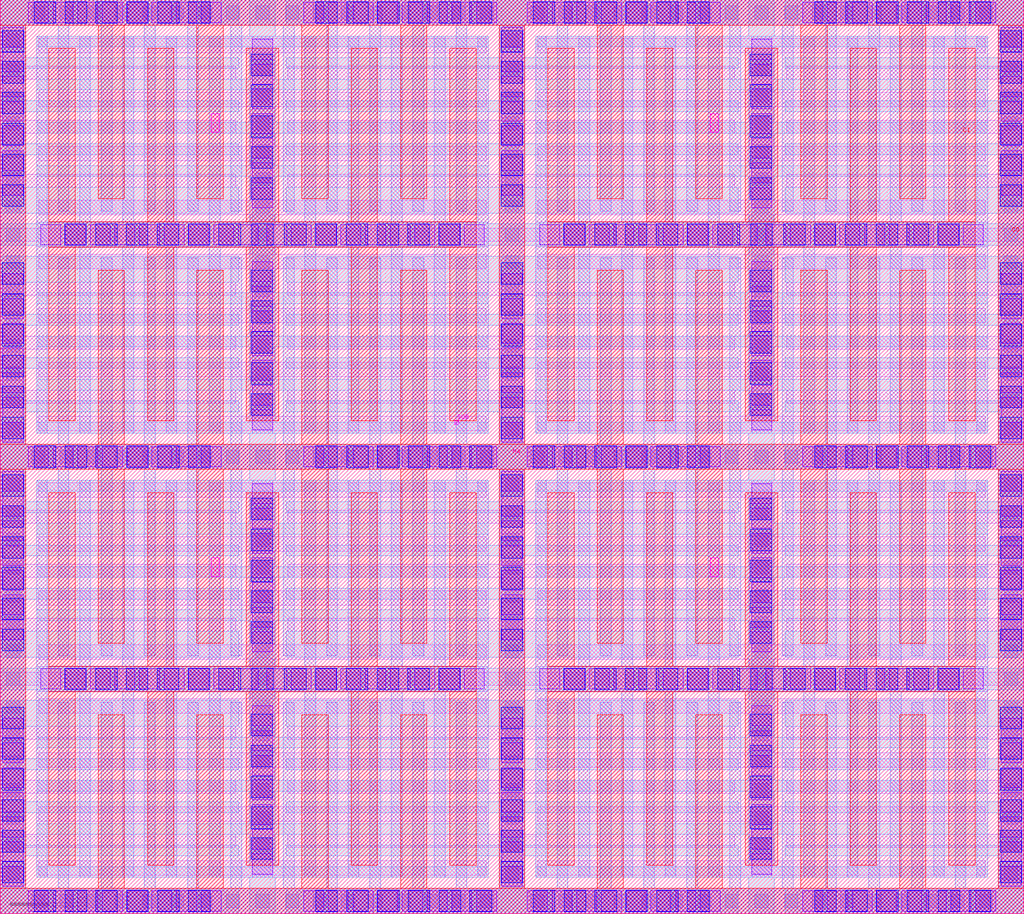
<source format=lef>
# Copyright 2020 The SkyWater PDK Authors
#
# Licensed under the Apache License, Version 2.0 (the "License");
# you may not use this file except in compliance with the License.
# You may obtain a copy of the License at
#
#     https://www.apache.org/licenses/LICENSE-2.0
#
# Unless required by applicable law or agreed to in writing, software
# distributed under the License is distributed on an "AS IS" BASIS,
# WITHOUT WARRANTIES OR CONDITIONS OF ANY KIND, either express or implied.
# See the License for the specific language governing permissions and
# limitations under the License.
#
# SPDX-License-Identifier: Apache-2.0

VERSION 5.7 ;
  NOWIREEXTENSIONATPIN ON ;
  DIVIDERCHAR "/" ;
  BUSBITCHARS "[]" ;
MACRO sky130_fd_pr__cap_vpp_06p8x06p1_l1m1m2m3_shieldpom4_top
  CLASS BLOCK ;
  FOREIGN sky130_fd_pr__cap_vpp_06p8x06p1_l1m1m2m3_shieldpom4_top ;
  ORIGIN  0.000000  0.000000 ;
  SIZE  13.27000 BY  11.85000 ;
  PIN C0
    PORT
      LAYER met3 ;
        RECT  0.000000  0.000000 13.270000  0.330000 ;
        RECT  0.000000  0.330000  0.330000  5.760000 ;
        RECT  0.000000  5.760000 13.270000  6.090000 ;
        RECT  0.000000  6.090000  0.330000 11.520000 ;
        RECT  0.000000 11.520000 13.270000 11.850000 ;
        RECT  1.270000  0.330000  1.610000  2.580000 ;
        RECT  1.270000  3.510000  1.610000  5.760000 ;
        RECT  1.270000  6.090000  1.610000  8.340000 ;
        RECT  1.270000  9.270000  1.610000 11.520000 ;
        RECT  2.550000  0.330000  2.890000  2.580000 ;
        RECT  2.550000  3.510000  2.890000  5.760000 ;
        RECT  2.550000  6.090000  2.890000  8.340000 ;
        RECT  2.550000  9.270000  2.890000 11.520000 ;
        RECT  3.910000  0.330000  4.250000  2.580000 ;
        RECT  3.910000  3.510000  4.250000  5.760000 ;
        RECT  3.910000  6.090000  4.250000  8.340000 ;
        RECT  3.910000  9.270000  4.250000 11.520000 ;
        RECT  5.190000  0.330000  5.530000  2.580000 ;
        RECT  5.190000  3.510000  5.530000  5.760000 ;
        RECT  5.190000  6.090000  5.530000  8.340000 ;
        RECT  5.190000  9.270000  5.530000 11.520000 ;
        RECT  6.470000  0.330000  6.800000  5.760000 ;
        RECT  6.470000  6.090000  6.800000 11.520000 ;
        RECT  7.740000  0.330000  8.080000  2.580000 ;
        RECT  7.740000  3.510000  8.080000  5.760000 ;
        RECT  7.740000  6.090000  8.080000  8.340000 ;
        RECT  7.740000  9.270000  8.080000 11.520000 ;
        RECT  9.020000  0.330000  9.360000  2.580000 ;
        RECT  9.020000  3.510000  9.360000  5.760000 ;
        RECT  9.020000  6.090000  9.360000  8.340000 ;
        RECT  9.020000  9.270000  9.360000 11.520000 ;
        RECT 10.380000  0.330000 10.720000  2.580000 ;
        RECT 10.380000  3.510000 10.720000  5.760000 ;
        RECT 10.380000  6.090000 10.720000  8.340000 ;
        RECT 10.380000  9.270000 10.720000 11.520000 ;
        RECT 11.660000  0.330000 12.000000  2.580000 ;
        RECT 11.660000  3.510000 12.000000  5.760000 ;
        RECT 11.660000  6.090000 12.000000  8.340000 ;
        RECT 11.660000  9.270000 12.000000 11.520000 ;
        RECT 12.940000  0.330000 13.270000  5.760000 ;
        RECT 12.940000  6.090000 13.270000 11.520000 ;
    END
  END C0
  PIN C1
    PORT
      LAYER met3 ;
        RECT  0.630000 0.630000  0.970000  2.880000 ;
        RECT  0.630000 2.880000  6.170000  3.210000 ;
        RECT  0.630000 3.210000  0.970000  5.460000 ;
        RECT  0.630000 6.390000  0.970000  8.640000 ;
        RECT  0.630000 8.640000  6.170000  8.970000 ;
        RECT  0.630000 8.970000  0.970000 11.220000 ;
        RECT  1.910000 0.630000  2.250000  2.880000 ;
        RECT  1.910000 3.210000  2.250000  5.460000 ;
        RECT  1.910000 6.390000  2.250000  8.640000 ;
        RECT  1.910000 8.970000  2.250000 11.220000 ;
        RECT  3.190000 0.630000  3.610000  2.880000 ;
        RECT  3.190000 3.210000  3.610000  5.460000 ;
        RECT  3.190000 6.390000  3.610000  8.640000 ;
        RECT  3.190000 8.970000  3.610000 11.220000 ;
        RECT  4.550000 0.630000  4.890000  2.880000 ;
        RECT  4.550000 3.210000  4.890000  5.460000 ;
        RECT  4.550000 6.390000  4.890000  8.640000 ;
        RECT  4.550000 8.970000  4.890000 11.220000 ;
        RECT  5.830000 0.630000  6.170000  2.880000 ;
        RECT  5.830000 3.210000  6.170000  5.460000 ;
        RECT  5.830000 6.390000  6.170000  8.640000 ;
        RECT  5.830000 8.970000  6.170000 11.220000 ;
        RECT  7.100000 0.630000  7.440000  2.880000 ;
        RECT  7.100000 2.880000 12.640000  3.210000 ;
        RECT  7.100000 3.210000  7.440000  5.460000 ;
        RECT  7.100000 6.390000  7.440000  8.640000 ;
        RECT  7.100000 8.640000 12.640000  8.970000 ;
        RECT  7.100000 8.970000  7.440000 11.220000 ;
        RECT  8.380000 0.630000  8.720000  2.880000 ;
        RECT  8.380000 3.210000  8.720000  5.460000 ;
        RECT  8.380000 6.390000  8.720000  8.640000 ;
        RECT  8.380000 8.970000  8.720000 11.220000 ;
        RECT  9.660000 0.630000 10.080000  2.880000 ;
        RECT  9.660000 3.210000 10.080000  5.460000 ;
        RECT  9.660000 6.390000 10.080000  8.640000 ;
        RECT  9.660000 8.970000 10.080000 11.220000 ;
        RECT 11.020000 0.630000 11.360000  2.880000 ;
        RECT 11.020000 3.210000 11.360000  5.460000 ;
        RECT 11.020000 6.390000 11.360000  8.640000 ;
        RECT 11.020000 8.970000 11.360000 11.220000 ;
        RECT 12.300000 0.630000 12.640000  2.880000 ;
        RECT 12.300000 3.210000 12.640000  5.460000 ;
        RECT 12.300000 6.390000 12.640000  8.640000 ;
        RECT 12.300000 8.970000 12.640000 11.220000 ;
    END
  END C1
  PIN M4
    PORT
      LAYER met4 ;
        RECT 0.000000 0.000000 13.270000 11.850000 ;
    END
  END M4
  PIN SUB
    PORT
      LAYER pwell ;
        RECT 5.895000 6.345000 5.945000 6.395000 ;
    END
  END SUB
  OBS
    LAYER li1 ;
      RECT  0.000000  0.000000 13.270000  0.330000 ;
      RECT  0.000000  0.330000  0.330000  0.860000 ;
      RECT  0.000000  0.860000  3.055000  1.030000 ;
      RECT  0.000000  1.030000  0.330000  1.560000 ;
      RECT  0.000000  1.560000  3.055000  1.730000 ;
      RECT  0.000000  1.730000  0.330000  2.260000 ;
      RECT  0.000000  2.260000  3.055000  2.430000 ;
      RECT  0.000000  2.430000  0.330000  2.960000 ;
      RECT  0.000000  2.960000  3.055000  3.130000 ;
      RECT  0.000000  3.130000  0.330000  3.660000 ;
      RECT  0.000000  3.660000  3.055000  3.830000 ;
      RECT  0.000000  3.830000  0.330000  4.360000 ;
      RECT  0.000000  4.360000  3.055000  4.530000 ;
      RECT  0.000000  4.530000  0.330000  5.060000 ;
      RECT  0.000000  5.060000  3.055000  5.230000 ;
      RECT  0.000000  5.230000  0.330000  5.760000 ;
      RECT  0.000000  5.760000 13.270000  6.090000 ;
      RECT  0.000000  6.090000  0.330000  6.620000 ;
      RECT  0.000000  6.620000  3.055000  6.790000 ;
      RECT  0.000000  6.790000  0.330000  7.320000 ;
      RECT  0.000000  7.320000  3.055000  7.490000 ;
      RECT  0.000000  7.490000  0.330000  8.020000 ;
      RECT  0.000000  8.020000  3.055000  8.190000 ;
      RECT  0.000000  8.190000  0.330000  8.720000 ;
      RECT  0.000000  8.720000  3.055000  8.890000 ;
      RECT  0.000000  8.890000  0.330000  9.420000 ;
      RECT  0.000000  9.420000  3.055000  9.590000 ;
      RECT  0.000000  9.590000  0.330000 10.120000 ;
      RECT  0.000000 10.120000  3.055000 10.290000 ;
      RECT  0.000000 10.290000  0.330000 10.820000 ;
      RECT  0.000000 10.820000  3.055000 10.990000 ;
      RECT  0.000000 10.990000  0.330000 11.520000 ;
      RECT  0.000000 11.520000 13.270000 11.850000 ;
      RECT  0.500000  0.500000  6.300000  0.690000 ;
      RECT  0.500000  1.200000  6.300000  1.390000 ;
      RECT  0.500000  1.900000  6.300000  2.090000 ;
      RECT  0.500000  2.600000  6.300000  2.790000 ;
      RECT  0.500000  3.300000  6.300000  3.490000 ;
      RECT  0.500000  4.000000  6.300000  4.190000 ;
      RECT  0.500000  4.700000  6.300000  4.890000 ;
      RECT  0.500000  5.400000  6.300000  5.590000 ;
      RECT  0.500000  6.260000  6.300000  6.450000 ;
      RECT  0.500000  6.960000  6.300000  7.150000 ;
      RECT  0.500000  7.660000  6.300000  7.850000 ;
      RECT  0.500000  8.360000  6.300000  8.550000 ;
      RECT  0.500000  9.060000  6.300000  9.250000 ;
      RECT  0.500000  9.760000  6.300000  9.950000 ;
      RECT  0.500000 10.460000  6.300000 10.650000 ;
      RECT  0.500000 11.160000  6.300000 11.350000 ;
      RECT  3.240000  0.690000  3.560000  1.200000 ;
      RECT  3.240000  1.390000  3.560000  1.900000 ;
      RECT  3.240000  2.090000  3.560000  2.600000 ;
      RECT  3.240000  2.790000  3.560000  3.300000 ;
      RECT  3.240000  3.490000  3.560000  4.000000 ;
      RECT  3.240000  4.190000  3.560000  4.700000 ;
      RECT  3.240000  4.890000  3.560000  5.400000 ;
      RECT  3.240000  6.450000  3.560000  6.960000 ;
      RECT  3.240000  7.150000  3.560000  7.660000 ;
      RECT  3.240000  7.850000  3.560000  8.360000 ;
      RECT  3.240000  8.550000  3.560000  9.060000 ;
      RECT  3.240000  9.250000  3.560000  9.760000 ;
      RECT  3.240000  9.950000  3.560000 10.460000 ;
      RECT  3.240000 10.650000  3.560000 11.160000 ;
      RECT  3.730000  0.860000  9.525000  1.030000 ;
      RECT  3.730000  1.560000  9.525000  1.730000 ;
      RECT  3.730000  2.260000  9.525000  2.430000 ;
      RECT  3.730000  2.960000  9.525000  3.130000 ;
      RECT  3.730000  3.660000  9.525000  3.830000 ;
      RECT  3.730000  4.360000  9.525000  4.530000 ;
      RECT  3.730000  5.060000  9.525000  5.230000 ;
      RECT  3.730000  6.620000  9.525000  6.790000 ;
      RECT  3.730000  7.320000  9.525000  7.490000 ;
      RECT  3.730000  8.020000  9.525000  8.190000 ;
      RECT  3.730000  8.720000  9.525000  8.890000 ;
      RECT  3.730000  9.420000  9.525000  9.590000 ;
      RECT  3.730000 10.120000  9.525000 10.290000 ;
      RECT  3.730000 10.820000  9.525000 10.990000 ;
      RECT  6.470000  0.330000  6.800000  0.860000 ;
      RECT  6.470000  1.030000  6.800000  1.560000 ;
      RECT  6.470000  1.730000  6.800000  2.260000 ;
      RECT  6.470000  2.430000  6.800000  2.960000 ;
      RECT  6.470000  3.130000  6.800000  3.660000 ;
      RECT  6.470000  3.830000  6.800000  4.360000 ;
      RECT  6.470000  4.530000  6.800000  5.060000 ;
      RECT  6.470000  5.230000  6.800000  5.760000 ;
      RECT  6.470000  6.090000  6.800000  6.620000 ;
      RECT  6.470000  6.790000  6.800000  7.320000 ;
      RECT  6.470000  7.490000  6.800000  8.020000 ;
      RECT  6.470000  8.190000  6.800000  8.720000 ;
      RECT  6.470000  8.890000  6.800000  9.420000 ;
      RECT  6.470000  9.590000  6.800000 10.120000 ;
      RECT  6.470000 10.290000  6.800000 10.820000 ;
      RECT  6.470000 10.990000  6.800000 11.520000 ;
      RECT  6.970000  0.500000 12.770000  0.690000 ;
      RECT  6.970000  1.200000 12.770000  1.390000 ;
      RECT  6.970000  1.900000 12.770000  2.090000 ;
      RECT  6.970000  2.600000 12.770000  2.790000 ;
      RECT  6.970000  3.300000 12.770000  3.490000 ;
      RECT  6.970000  4.000000 12.770000  4.190000 ;
      RECT  6.970000  4.700000 12.770000  4.890000 ;
      RECT  6.970000  5.400000 12.770000  5.590000 ;
      RECT  6.970000  6.260000 12.770000  6.450000 ;
      RECT  6.970000  6.960000 12.770000  7.150000 ;
      RECT  6.970000  7.660000 12.770000  7.850000 ;
      RECT  6.970000  8.360000 12.770000  8.550000 ;
      RECT  6.970000  9.060000 12.770000  9.250000 ;
      RECT  6.970000  9.760000 12.770000  9.950000 ;
      RECT  6.970000 10.460000 12.770000 10.650000 ;
      RECT  6.970000 11.160000 12.770000 11.350000 ;
      RECT  9.710000  0.690000 10.030000  1.200000 ;
      RECT  9.710000  1.390000 10.030000  1.900000 ;
      RECT  9.710000  2.090000 10.030000  2.600000 ;
      RECT  9.710000  2.790000 10.030000  3.300000 ;
      RECT  9.710000  3.490000 10.030000  4.000000 ;
      RECT  9.710000  4.190000 10.030000  4.700000 ;
      RECT  9.710000  4.890000 10.030000  5.400000 ;
      RECT  9.710000  6.450000 10.030000  6.960000 ;
      RECT  9.710000  7.150000 10.030000  7.660000 ;
      RECT  9.710000  7.850000 10.030000  8.360000 ;
      RECT  9.710000  8.550000 10.030000  9.060000 ;
      RECT  9.710000  9.250000 10.030000  9.760000 ;
      RECT  9.710000  9.950000 10.030000 10.460000 ;
      RECT  9.710000 10.650000 10.030000 11.160000 ;
      RECT 10.200000  0.860000 13.270000  1.030000 ;
      RECT 10.200000  1.560000 13.270000  1.730000 ;
      RECT 10.200000  2.260000 13.270000  2.430000 ;
      RECT 10.200000  2.960000 13.270000  3.130000 ;
      RECT 10.200000  3.660000 13.270000  3.830000 ;
      RECT 10.200000  4.360000 13.270000  4.530000 ;
      RECT 10.200000  5.060000 13.270000  5.230000 ;
      RECT 10.200000  6.620000 13.270000  6.790000 ;
      RECT 10.200000  7.320000 13.270000  7.490000 ;
      RECT 10.200000  8.020000 13.270000  8.190000 ;
      RECT 10.200000  8.720000 13.270000  8.890000 ;
      RECT 10.200000  9.420000 13.270000  9.590000 ;
      RECT 10.200000 10.120000 13.270000 10.290000 ;
      RECT 10.200000 10.820000 13.270000 10.990000 ;
      RECT 12.940000  0.330000 13.270000  0.860000 ;
      RECT 12.940000  1.030000 13.270000  1.560000 ;
      RECT 12.940000  1.730000 13.270000  2.260000 ;
      RECT 12.940000  2.430000 13.270000  2.960000 ;
      RECT 12.940000  3.130000 13.270000  3.660000 ;
      RECT 12.940000  3.830000 13.270000  4.360000 ;
      RECT 12.940000  4.530000 13.270000  5.060000 ;
      RECT 12.940000  5.230000 13.270000  5.760000 ;
      RECT 12.940000  6.090000 13.270000  6.620000 ;
      RECT 12.940000  6.790000 13.270000  7.320000 ;
      RECT 12.940000  7.490000 13.270000  8.020000 ;
      RECT 12.940000  8.190000 13.270000  8.720000 ;
      RECT 12.940000  8.890000 13.270000  9.420000 ;
      RECT 12.940000  9.590000 13.270000 10.120000 ;
      RECT 12.940000 10.290000 13.270000 10.820000 ;
      RECT 12.940000 10.990000 13.270000 11.520000 ;
    LAYER mcon ;
      RECT  0.080000  0.440000  0.250000  0.610000 ;
      RECT  0.080000  0.800000  0.250000  0.970000 ;
      RECT  0.080000  1.160000  0.250000  1.330000 ;
      RECT  0.080000  1.520000  0.250000  1.690000 ;
      RECT  0.080000  1.880000  0.250000  2.050000 ;
      RECT  0.080000  2.240000  0.250000  2.410000 ;
      RECT  0.080000  2.600000  0.250000  2.770000 ;
      RECT  0.080000  2.960000  0.250000  3.130000 ;
      RECT  0.080000  3.320000  0.250000  3.490000 ;
      RECT  0.080000  3.680000  0.250000  3.850000 ;
      RECT  0.080000  4.040000  0.250000  4.210000 ;
      RECT  0.080000  4.400000  0.250000  4.570000 ;
      RECT  0.080000  4.760000  0.250000  4.930000 ;
      RECT  0.080000  5.120000  0.250000  5.290000 ;
      RECT  0.080000  5.480000  0.250000  5.650000 ;
      RECT  0.080000  6.200000  0.250000  6.370000 ;
      RECT  0.080000  6.560000  0.250000  6.730000 ;
      RECT  0.080000  6.920000  0.250000  7.090000 ;
      RECT  0.080000  7.280000  0.250000  7.450000 ;
      RECT  0.080000  7.640000  0.250000  7.810000 ;
      RECT  0.080000  8.000000  0.250000  8.170000 ;
      RECT  0.080000  8.360000  0.250000  8.530000 ;
      RECT  0.080000  8.720000  0.250000  8.890000 ;
      RECT  0.080000  9.080000  0.250000  9.250000 ;
      RECT  0.080000  9.440000  0.250000  9.610000 ;
      RECT  0.080000  9.800000  0.250000  9.970000 ;
      RECT  0.080000 10.160000  0.250000 10.330000 ;
      RECT  0.080000 10.520000  0.250000 10.690000 ;
      RECT  0.080000 10.880000  0.250000 11.050000 ;
      RECT  0.080000 11.240000  0.250000 11.410000 ;
      RECT  0.410000  0.080000  0.580000  0.250000 ;
      RECT  0.410000  5.840000  0.580000  6.010000 ;
      RECT  0.410000 11.600000  0.580000 11.770000 ;
      RECT  0.770000  0.080000  0.940000  0.250000 ;
      RECT  0.770000  5.840000  0.940000  6.010000 ;
      RECT  0.770000 11.600000  0.940000 11.770000 ;
      RECT  1.130000  0.080000  1.300000  0.250000 ;
      RECT  1.130000  5.840000  1.300000  6.010000 ;
      RECT  1.130000 11.600000  1.300000 11.770000 ;
      RECT  1.490000  0.080000  1.660000  0.250000 ;
      RECT  1.490000  5.840000  1.660000  6.010000 ;
      RECT  1.490000 11.600000  1.660000 11.770000 ;
      RECT  1.850000  0.080000  2.020000  0.250000 ;
      RECT  1.850000  5.840000  2.020000  6.010000 ;
      RECT  1.850000 11.600000  2.020000 11.770000 ;
      RECT  2.210000  0.080000  2.380000  0.250000 ;
      RECT  2.210000  5.840000  2.380000  6.010000 ;
      RECT  2.210000 11.600000  2.380000 11.770000 ;
      RECT  2.570000  0.080000  2.740000  0.250000 ;
      RECT  2.570000  5.840000  2.740000  6.010000 ;
      RECT  2.570000 11.600000  2.740000 11.770000 ;
      RECT  2.930000  0.080000  3.100000  0.250000 ;
      RECT  2.930000  5.840000  3.100000  6.010000 ;
      RECT  2.930000 11.600000  3.100000 11.770000 ;
      RECT  3.315000  0.080000  3.485000  0.250000 ;
      RECT  3.315000  0.800000  3.485000  0.970000 ;
      RECT  3.315000  1.160000  3.485000  1.330000 ;
      RECT  3.315000  1.520000  3.485000  1.690000 ;
      RECT  3.315000  1.880000  3.485000  2.050000 ;
      RECT  3.315000  2.240000  3.485000  2.410000 ;
      RECT  3.315000  2.600000  3.485000  2.770000 ;
      RECT  3.315000  2.960000  3.485000  3.130000 ;
      RECT  3.315000  3.320000  3.485000  3.490000 ;
      RECT  3.315000  3.680000  3.485000  3.850000 ;
      RECT  3.315000  4.040000  3.485000  4.210000 ;
      RECT  3.315000  4.400000  3.485000  4.570000 ;
      RECT  3.315000  4.760000  3.485000  4.930000 ;
      RECT  3.315000  5.120000  3.485000  5.290000 ;
      RECT  3.315000  5.840000  3.485000  6.010000 ;
      RECT  3.315000  6.560000  3.485000  6.730000 ;
      RECT  3.315000  6.920000  3.485000  7.090000 ;
      RECT  3.315000  7.280000  3.485000  7.450000 ;
      RECT  3.315000  7.640000  3.485000  7.810000 ;
      RECT  3.315000  8.000000  3.485000  8.170000 ;
      RECT  3.315000  8.360000  3.485000  8.530000 ;
      RECT  3.315000  8.720000  3.485000  8.890000 ;
      RECT  3.315000  9.080000  3.485000  9.250000 ;
      RECT  3.315000  9.440000  3.485000  9.610000 ;
      RECT  3.315000  9.800000  3.485000  9.970000 ;
      RECT  3.315000 10.160000  3.485000 10.330000 ;
      RECT  3.315000 10.520000  3.485000 10.690000 ;
      RECT  3.315000 10.880000  3.485000 11.050000 ;
      RECT  3.315000 11.600000  3.485000 11.770000 ;
      RECT  3.700000  0.080000  3.870000  0.250000 ;
      RECT  3.700000  5.840000  3.870000  6.010000 ;
      RECT  3.700000 11.600000  3.870000 11.770000 ;
      RECT  4.060000  0.080000  4.230000  0.250000 ;
      RECT  4.060000  5.840000  4.230000  6.010000 ;
      RECT  4.060000 11.600000  4.230000 11.770000 ;
      RECT  4.420000  0.080000  4.590000  0.250000 ;
      RECT  4.420000  5.840000  4.590000  6.010000 ;
      RECT  4.420000 11.600000  4.590000 11.770000 ;
      RECT  4.780000  0.080000  4.950000  0.250000 ;
      RECT  4.780000  5.840000  4.950000  6.010000 ;
      RECT  4.780000 11.600000  4.950000 11.770000 ;
      RECT  5.140000  0.080000  5.310000  0.250000 ;
      RECT  5.140000  5.840000  5.310000  6.010000 ;
      RECT  5.140000 11.600000  5.310000 11.770000 ;
      RECT  5.500000  0.080000  5.670000  0.250000 ;
      RECT  5.500000  5.840000  5.670000  6.010000 ;
      RECT  5.500000 11.600000  5.670000 11.770000 ;
      RECT  5.860000  0.080000  6.030000  0.250000 ;
      RECT  5.860000  5.840000  6.030000  6.010000 ;
      RECT  5.860000 11.600000  6.030000 11.770000 ;
      RECT  6.220000  0.080000  6.390000  0.250000 ;
      RECT  6.220000  5.840000  6.390000  6.010000 ;
      RECT  6.220000 11.600000  6.390000 11.770000 ;
      RECT  6.550000  0.440000  6.720000  0.610000 ;
      RECT  6.550000  0.800000  6.720000  0.970000 ;
      RECT  6.550000  1.160000  6.720000  1.330000 ;
      RECT  6.550000  1.520000  6.720000  1.690000 ;
      RECT  6.550000  1.880000  6.720000  2.050000 ;
      RECT  6.550000  2.240000  6.720000  2.410000 ;
      RECT  6.550000  2.600000  6.720000  2.770000 ;
      RECT  6.550000  2.960000  6.720000  3.130000 ;
      RECT  6.550000  3.320000  6.720000  3.490000 ;
      RECT  6.550000  3.680000  6.720000  3.850000 ;
      RECT  6.550000  4.040000  6.720000  4.210000 ;
      RECT  6.550000  4.400000  6.720000  4.570000 ;
      RECT  6.550000  4.760000  6.720000  4.930000 ;
      RECT  6.550000  5.120000  6.720000  5.290000 ;
      RECT  6.550000  5.480000  6.720000  5.650000 ;
      RECT  6.550000  6.200000  6.720000  6.370000 ;
      RECT  6.550000  6.560000  6.720000  6.730000 ;
      RECT  6.550000  6.920000  6.720000  7.090000 ;
      RECT  6.550000  7.280000  6.720000  7.450000 ;
      RECT  6.550000  7.640000  6.720000  7.810000 ;
      RECT  6.550000  8.000000  6.720000  8.170000 ;
      RECT  6.550000  8.360000  6.720000  8.530000 ;
      RECT  6.550000  8.720000  6.720000  8.890000 ;
      RECT  6.550000  9.080000  6.720000  9.250000 ;
      RECT  6.550000  9.440000  6.720000  9.610000 ;
      RECT  6.550000  9.800000  6.720000  9.970000 ;
      RECT  6.550000 10.160000  6.720000 10.330000 ;
      RECT  6.550000 10.520000  6.720000 10.690000 ;
      RECT  6.550000 10.880000  6.720000 11.050000 ;
      RECT  6.550000 11.240000  6.720000 11.410000 ;
      RECT  6.880000  0.080000  7.050000  0.250000 ;
      RECT  6.880000  5.840000  7.050000  6.010000 ;
      RECT  6.880000 11.600000  7.050000 11.770000 ;
      RECT  7.240000  0.080000  7.410000  0.250000 ;
      RECT  7.240000  5.840000  7.410000  6.010000 ;
      RECT  7.240000 11.600000  7.410000 11.770000 ;
      RECT  7.600000  0.080000  7.770000  0.250000 ;
      RECT  7.600000  5.840000  7.770000  6.010000 ;
      RECT  7.600000 11.600000  7.770000 11.770000 ;
      RECT  7.960000  0.080000  8.130000  0.250000 ;
      RECT  7.960000  5.840000  8.130000  6.010000 ;
      RECT  7.960000 11.600000  8.130000 11.770000 ;
      RECT  8.320000  0.080000  8.490000  0.250000 ;
      RECT  8.320000  5.840000  8.490000  6.010000 ;
      RECT  8.320000 11.600000  8.490000 11.770000 ;
      RECT  8.680000  0.080000  8.850000  0.250000 ;
      RECT  8.680000  5.840000  8.850000  6.010000 ;
      RECT  8.680000 11.600000  8.850000 11.770000 ;
      RECT  9.040000  0.080000  9.210000  0.250000 ;
      RECT  9.040000  5.840000  9.210000  6.010000 ;
      RECT  9.040000 11.600000  9.210000 11.770000 ;
      RECT  9.400000  0.080000  9.570000  0.250000 ;
      RECT  9.400000  5.840000  9.570000  6.010000 ;
      RECT  9.400000 11.600000  9.570000 11.770000 ;
      RECT  9.785000  0.080000  9.955000  0.250000 ;
      RECT  9.785000  0.800000  9.955000  0.970000 ;
      RECT  9.785000  1.160000  9.955000  1.330000 ;
      RECT  9.785000  1.520000  9.955000  1.690000 ;
      RECT  9.785000  1.880000  9.955000  2.050000 ;
      RECT  9.785000  2.240000  9.955000  2.410000 ;
      RECT  9.785000  2.600000  9.955000  2.770000 ;
      RECT  9.785000  2.960000  9.955000  3.130000 ;
      RECT  9.785000  3.320000  9.955000  3.490000 ;
      RECT  9.785000  3.680000  9.955000  3.850000 ;
      RECT  9.785000  4.040000  9.955000  4.210000 ;
      RECT  9.785000  4.400000  9.955000  4.570000 ;
      RECT  9.785000  4.760000  9.955000  4.930000 ;
      RECT  9.785000  5.120000  9.955000  5.290000 ;
      RECT  9.785000  5.840000  9.955000  6.010000 ;
      RECT  9.785000  6.560000  9.955000  6.730000 ;
      RECT  9.785000  6.920000  9.955000  7.090000 ;
      RECT  9.785000  7.280000  9.955000  7.450000 ;
      RECT  9.785000  7.640000  9.955000  7.810000 ;
      RECT  9.785000  8.000000  9.955000  8.170000 ;
      RECT  9.785000  8.360000  9.955000  8.530000 ;
      RECT  9.785000  8.720000  9.955000  8.890000 ;
      RECT  9.785000  9.080000  9.955000  9.250000 ;
      RECT  9.785000  9.440000  9.955000  9.610000 ;
      RECT  9.785000  9.800000  9.955000  9.970000 ;
      RECT  9.785000 10.160000  9.955000 10.330000 ;
      RECT  9.785000 10.520000  9.955000 10.690000 ;
      RECT  9.785000 10.880000  9.955000 11.050000 ;
      RECT  9.785000 11.600000  9.955000 11.770000 ;
      RECT 10.170000  0.080000 10.340000  0.250000 ;
      RECT 10.170000  5.840000 10.340000  6.010000 ;
      RECT 10.170000 11.600000 10.340000 11.770000 ;
      RECT 10.530000  0.080000 10.700000  0.250000 ;
      RECT 10.530000  5.840000 10.700000  6.010000 ;
      RECT 10.530000 11.600000 10.700000 11.770000 ;
      RECT 10.890000  0.080000 11.060000  0.250000 ;
      RECT 10.890000  5.840000 11.060000  6.010000 ;
      RECT 10.890000 11.600000 11.060000 11.770000 ;
      RECT 11.250000  0.080000 11.420000  0.250000 ;
      RECT 11.250000  5.840000 11.420000  6.010000 ;
      RECT 11.250000 11.600000 11.420000 11.770000 ;
      RECT 11.610000  0.080000 11.780000  0.250000 ;
      RECT 11.610000  5.840000 11.780000  6.010000 ;
      RECT 11.610000 11.600000 11.780000 11.770000 ;
      RECT 11.970000  0.080000 12.140000  0.250000 ;
      RECT 11.970000  5.840000 12.140000  6.010000 ;
      RECT 11.970000 11.600000 12.140000 11.770000 ;
      RECT 12.330000  0.080000 12.500000  0.250000 ;
      RECT 12.330000  5.840000 12.500000  6.010000 ;
      RECT 12.330000 11.600000 12.500000 11.770000 ;
      RECT 12.690000  0.080000 12.860000  0.250000 ;
      RECT 12.690000  5.840000 12.860000  6.010000 ;
      RECT 12.690000 11.600000 12.860000 11.770000 ;
      RECT 13.020000  0.440000 13.190000  0.610000 ;
      RECT 13.020000  0.800000 13.190000  0.970000 ;
      RECT 13.020000  1.160000 13.190000  1.330000 ;
      RECT 13.020000  1.520000 13.190000  1.690000 ;
      RECT 13.020000  1.880000 13.190000  2.050000 ;
      RECT 13.020000  2.240000 13.190000  2.410000 ;
      RECT 13.020000  2.600000 13.190000  2.770000 ;
      RECT 13.020000  2.960000 13.190000  3.130000 ;
      RECT 13.020000  3.320000 13.190000  3.490000 ;
      RECT 13.020000  3.680000 13.190000  3.850000 ;
      RECT 13.020000  4.040000 13.190000  4.210000 ;
      RECT 13.020000  4.400000 13.190000  4.570000 ;
      RECT 13.020000  4.760000 13.190000  4.930000 ;
      RECT 13.020000  5.120000 13.190000  5.290000 ;
      RECT 13.020000  5.480000 13.190000  5.650000 ;
      RECT 13.020000  6.200000 13.190000  6.370000 ;
      RECT 13.020000  6.560000 13.190000  6.730000 ;
      RECT 13.020000  6.920000 13.190000  7.090000 ;
      RECT 13.020000  7.280000 13.190000  7.450000 ;
      RECT 13.020000  7.640000 13.190000  7.810000 ;
      RECT 13.020000  8.000000 13.190000  8.170000 ;
      RECT 13.020000  8.360000 13.190000  8.530000 ;
      RECT 13.020000  8.720000 13.190000  8.890000 ;
      RECT 13.020000  9.080000 13.190000  9.250000 ;
      RECT 13.020000  9.440000 13.190000  9.610000 ;
      RECT 13.020000  9.800000 13.190000  9.970000 ;
      RECT 13.020000 10.160000 13.190000 10.330000 ;
      RECT 13.020000 10.520000 13.190000 10.690000 ;
      RECT 13.020000 10.880000 13.190000 11.050000 ;
      RECT 13.020000 11.240000 13.190000 11.410000 ;
    LAYER met1 ;
      RECT  0.000000  0.000000 13.270000  0.330000 ;
      RECT  0.000000  0.330000  0.330000  5.760000 ;
      RECT  0.000000  5.760000 13.270000  6.090000 ;
      RECT  0.000000  6.090000  0.330000 11.520000 ;
      RECT  0.000000 11.520000 13.270000 11.850000 ;
      RECT  0.470000  0.470000  0.610000  2.885000 ;
      RECT  0.470000  2.885000  6.330000  3.205000 ;
      RECT  0.470000  3.205000  0.610000  5.620000 ;
      RECT  0.470000  6.230000  0.610000  8.645000 ;
      RECT  0.470000  8.645000  6.330000  8.965000 ;
      RECT  0.470000  8.965000  0.610000 11.380000 ;
      RECT  0.750000  0.330000  0.890000  2.745000 ;
      RECT  0.750000  3.345000  0.890000  5.760000 ;
      RECT  0.750000  6.090000  0.890000  8.505000 ;
      RECT  0.750000  9.105000  0.890000 11.520000 ;
      RECT  1.030000  0.470000  1.170000  2.885000 ;
      RECT  1.030000  3.205000  1.170000  5.620000 ;
      RECT  1.030000  6.230000  1.170000  8.645000 ;
      RECT  1.030000  8.965000  1.170000 11.380000 ;
      RECT  1.310000  0.330000  1.450000  2.745000 ;
      RECT  1.310000  3.345000  1.450000  5.760000 ;
      RECT  1.310000  6.090000  1.450000  8.505000 ;
      RECT  1.310000  9.105000  1.450000 11.520000 ;
      RECT  1.590000  0.470000  1.730000  2.885000 ;
      RECT  1.590000  3.205000  1.730000  5.620000 ;
      RECT  1.590000  6.230000  1.730000  8.645000 ;
      RECT  1.590000  8.965000  1.730000 11.380000 ;
      RECT  1.870000  0.330000  2.010000  2.745000 ;
      RECT  1.870000  3.345000  2.010000  5.760000 ;
      RECT  1.870000  6.090000  2.010000  8.505000 ;
      RECT  1.870000  9.105000  2.010000 11.520000 ;
      RECT  2.150000  0.470000  2.290000  2.885000 ;
      RECT  2.150000  3.205000  2.290000  5.620000 ;
      RECT  2.150000  6.230000  2.290000  8.645000 ;
      RECT  2.150000  8.965000  2.290000 11.380000 ;
      RECT  2.430000  0.330000  2.570000  2.745000 ;
      RECT  2.430000  3.345000  2.570000  5.760000 ;
      RECT  2.430000  6.090000  2.570000  8.505000 ;
      RECT  2.430000  9.105000  2.570000 11.520000 ;
      RECT  2.710000  0.470000  2.850000  2.885000 ;
      RECT  2.710000  3.205000  2.850000  5.620000 ;
      RECT  2.710000  6.230000  2.850000  8.645000 ;
      RECT  2.710000  8.965000  2.850000 11.380000 ;
      RECT  2.990000  0.330000  3.130000  2.745000 ;
      RECT  2.990000  3.345000  3.130000  5.760000 ;
      RECT  2.990000  6.090000  3.130000  8.505000 ;
      RECT  2.990000  9.105000  3.130000 11.520000 ;
      RECT  3.270000  0.470000  3.530000  2.885000 ;
      RECT  3.270000  3.205000  3.530000  5.620000 ;
      RECT  3.270000  6.230000  3.530000  8.645000 ;
      RECT  3.270000  8.965000  3.530000 11.380000 ;
      RECT  3.670000  0.330000  3.810000  2.745000 ;
      RECT  3.670000  3.345000  3.810000  5.760000 ;
      RECT  3.670000  6.090000  3.810000  8.505000 ;
      RECT  3.670000  9.105000  3.810000 11.520000 ;
      RECT  3.950000  0.470000  4.090000  2.885000 ;
      RECT  3.950000  3.205000  4.090000  5.620000 ;
      RECT  3.950000  6.230000  4.090000  8.645000 ;
      RECT  3.950000  8.965000  4.090000 11.380000 ;
      RECT  4.230000  0.330000  4.370000  2.745000 ;
      RECT  4.230000  3.345000  4.370000  5.760000 ;
      RECT  4.230000  6.090000  4.370000  8.505000 ;
      RECT  4.230000  9.105000  4.370000 11.520000 ;
      RECT  4.510000  0.470000  4.650000  2.885000 ;
      RECT  4.510000  3.205000  4.650000  5.620000 ;
      RECT  4.510000  6.230000  4.650000  8.645000 ;
      RECT  4.510000  8.965000  4.650000 11.380000 ;
      RECT  4.790000  0.330000  4.930000  2.745000 ;
      RECT  4.790000  3.345000  4.930000  5.760000 ;
      RECT  4.790000  6.090000  4.930000  8.505000 ;
      RECT  4.790000  9.105000  4.930000 11.520000 ;
      RECT  5.070000  0.470000  5.210000  2.885000 ;
      RECT  5.070000  3.205000  5.210000  5.620000 ;
      RECT  5.070000  6.230000  5.210000  8.645000 ;
      RECT  5.070000  8.965000  5.210000 11.380000 ;
      RECT  5.350000  0.330000  5.490000  2.745000 ;
      RECT  5.350000  3.345000  5.490000  5.760000 ;
      RECT  5.350000  6.090000  5.490000  8.505000 ;
      RECT  5.350000  9.105000  5.490000 11.520000 ;
      RECT  5.630000  0.470000  5.770000  2.885000 ;
      RECT  5.630000  3.205000  5.770000  5.620000 ;
      RECT  5.630000  6.230000  5.770000  8.645000 ;
      RECT  5.630000  8.965000  5.770000 11.380000 ;
      RECT  5.910000  0.330000  6.050000  2.745000 ;
      RECT  5.910000  3.345000  6.050000  5.760000 ;
      RECT  5.910000  6.090000  6.050000  8.505000 ;
      RECT  5.910000  9.105000  6.050000 11.520000 ;
      RECT  6.190000  0.470000  6.330000  2.885000 ;
      RECT  6.190000  3.205000  6.330000  5.620000 ;
      RECT  6.190000  6.230000  6.330000  8.645000 ;
      RECT  6.190000  8.965000  6.330000 11.380000 ;
      RECT  6.470000  0.330000  6.800000  5.760000 ;
      RECT  6.470000  6.090000  6.800000 11.520000 ;
      RECT  6.940000  0.470000  7.080000  2.885000 ;
      RECT  6.940000  2.885000 12.800000  3.205000 ;
      RECT  6.940000  3.205000  7.080000  5.620000 ;
      RECT  6.940000  6.230000  7.080000  8.645000 ;
      RECT  6.940000  8.645000 12.800000  8.965000 ;
      RECT  6.940000  8.965000  7.080000 11.380000 ;
      RECT  7.220000  0.330000  7.360000  2.745000 ;
      RECT  7.220000  3.345000  7.360000  5.760000 ;
      RECT  7.220000  6.090000  7.360000  8.505000 ;
      RECT  7.220000  9.105000  7.360000 11.520000 ;
      RECT  7.500000  0.470000  7.640000  2.885000 ;
      RECT  7.500000  3.205000  7.640000  5.620000 ;
      RECT  7.500000  6.230000  7.640000  8.645000 ;
      RECT  7.500000  8.965000  7.640000 11.380000 ;
      RECT  7.780000  0.330000  7.920000  2.745000 ;
      RECT  7.780000  3.345000  7.920000  5.760000 ;
      RECT  7.780000  6.090000  7.920000  8.505000 ;
      RECT  7.780000  9.105000  7.920000 11.520000 ;
      RECT  8.060000  0.470000  8.200000  2.885000 ;
      RECT  8.060000  3.205000  8.200000  5.620000 ;
      RECT  8.060000  6.230000  8.200000  8.645000 ;
      RECT  8.060000  8.965000  8.200000 11.380000 ;
      RECT  8.340000  0.330000  8.480000  2.745000 ;
      RECT  8.340000  3.345000  8.480000  5.760000 ;
      RECT  8.340000  6.090000  8.480000  8.505000 ;
      RECT  8.340000  9.105000  8.480000 11.520000 ;
      RECT  8.620000  0.470000  8.760000  2.885000 ;
      RECT  8.620000  3.205000  8.760000  5.620000 ;
      RECT  8.620000  6.230000  8.760000  8.645000 ;
      RECT  8.620000  8.965000  8.760000 11.380000 ;
      RECT  8.900000  0.330000  9.040000  2.745000 ;
      RECT  8.900000  3.345000  9.040000  5.760000 ;
      RECT  8.900000  6.090000  9.040000  8.505000 ;
      RECT  8.900000  9.105000  9.040000 11.520000 ;
      RECT  9.180000  0.470000  9.320000  2.885000 ;
      RECT  9.180000  3.205000  9.320000  5.620000 ;
      RECT  9.180000  6.230000  9.320000  8.645000 ;
      RECT  9.180000  8.965000  9.320000 11.380000 ;
      RECT  9.460000  0.330000  9.600000  2.745000 ;
      RECT  9.460000  3.345000  9.600000  5.760000 ;
      RECT  9.460000  6.090000  9.600000  8.505000 ;
      RECT  9.460000  9.105000  9.600000 11.520000 ;
      RECT  9.740000  0.470000 10.000000  2.885000 ;
      RECT  9.740000  3.205000 10.000000  5.620000 ;
      RECT  9.740000  6.230000 10.000000  8.645000 ;
      RECT  9.740000  8.965000 10.000000 11.380000 ;
      RECT 10.140000  0.330000 10.280000  2.745000 ;
      RECT 10.140000  3.345000 10.280000  5.760000 ;
      RECT 10.140000  6.090000 10.280000  8.505000 ;
      RECT 10.140000  9.105000 10.280000 11.520000 ;
      RECT 10.420000  0.470000 10.560000  2.885000 ;
      RECT 10.420000  3.205000 10.560000  5.620000 ;
      RECT 10.420000  6.230000 10.560000  8.645000 ;
      RECT 10.420000  8.965000 10.560000 11.380000 ;
      RECT 10.700000  0.330000 10.840000  2.745000 ;
      RECT 10.700000  3.345000 10.840000  5.760000 ;
      RECT 10.700000  6.090000 10.840000  8.505000 ;
      RECT 10.700000  9.105000 10.840000 11.520000 ;
      RECT 10.980000  0.470000 11.120000  2.885000 ;
      RECT 10.980000  3.205000 11.120000  5.620000 ;
      RECT 10.980000  6.230000 11.120000  8.645000 ;
      RECT 10.980000  8.965000 11.120000 11.380000 ;
      RECT 11.260000  0.330000 11.400000  2.745000 ;
      RECT 11.260000  3.345000 11.400000  5.760000 ;
      RECT 11.260000  6.090000 11.400000  8.505000 ;
      RECT 11.260000  9.105000 11.400000 11.520000 ;
      RECT 11.540000  0.470000 11.680000  2.885000 ;
      RECT 11.540000  3.205000 11.680000  5.620000 ;
      RECT 11.540000  6.230000 11.680000  8.645000 ;
      RECT 11.540000  8.965000 11.680000 11.380000 ;
      RECT 11.820000  0.330000 11.960000  2.745000 ;
      RECT 11.820000  3.345000 11.960000  5.760000 ;
      RECT 11.820000  6.090000 11.960000  8.505000 ;
      RECT 11.820000  9.105000 11.960000 11.520000 ;
      RECT 12.100000  0.470000 12.240000  2.885000 ;
      RECT 12.100000  3.205000 12.240000  5.620000 ;
      RECT 12.100000  6.230000 12.240000  8.645000 ;
      RECT 12.100000  8.965000 12.240000 11.380000 ;
      RECT 12.380000  0.330000 12.520000  2.745000 ;
      RECT 12.380000  3.345000 12.520000  5.760000 ;
      RECT 12.380000  6.090000 12.520000  8.505000 ;
      RECT 12.380000  9.105000 12.520000 11.520000 ;
      RECT 12.660000  0.470000 12.800000  2.885000 ;
      RECT 12.660000  3.205000 12.800000  5.620000 ;
      RECT 12.660000  6.230000 12.800000  8.645000 ;
      RECT 12.660000  8.965000 12.800000 11.380000 ;
      RECT 12.940000  0.330000 13.270000  5.760000 ;
      RECT 12.940000  6.090000 13.270000 11.520000 ;
    LAYER met2 ;
      RECT  0.000000  0.000000  3.095000  0.330000 ;
      RECT  0.000000  0.330000  0.330000  0.750000 ;
      RECT  0.000000  0.750000  3.095000  0.890000 ;
      RECT  0.000000  0.890000  0.330000  1.310000 ;
      RECT  0.000000  1.310000  3.095000  1.450000 ;
      RECT  0.000000  1.450000  0.330000  1.870000 ;
      RECT  0.000000  1.870000  3.095000  2.010000 ;
      RECT  0.000000  2.010000  0.330000  2.430000 ;
      RECT  0.000000  2.430000  3.095000  2.765000 ;
      RECT  0.000000  2.905000 13.270000  3.185000 ;
      RECT  0.000000  3.325000  3.095000  3.660000 ;
      RECT  0.000000  3.660000  0.330000  4.080000 ;
      RECT  0.000000  4.080000  3.095000  4.220000 ;
      RECT  0.000000  4.220000  0.330000  4.640000 ;
      RECT  0.000000  4.640000  3.095000  4.780000 ;
      RECT  0.000000  4.780000  0.330000  5.200000 ;
      RECT  0.000000  5.200000  3.095000  5.340000 ;
      RECT  0.000000  5.340000  0.330000  5.760000 ;
      RECT  0.000000  5.760000  3.095000  6.090000 ;
      RECT  0.000000  6.090000  0.330000  6.510000 ;
      RECT  0.000000  6.510000  3.095000  6.650000 ;
      RECT  0.000000  6.650000  0.330000  7.070000 ;
      RECT  0.000000  7.070000  3.095000  7.210000 ;
      RECT  0.000000  7.210000  0.330000  7.630000 ;
      RECT  0.000000  7.630000  3.095000  7.770000 ;
      RECT  0.000000  7.770000  0.330000  8.190000 ;
      RECT  0.000000  8.190000  3.095000  8.525000 ;
      RECT  0.000000  8.665000 13.270000  8.945000 ;
      RECT  0.000000  9.085000  3.095000  9.420000 ;
      RECT  0.000000  9.420000  0.330000  9.840000 ;
      RECT  0.000000  9.840000  3.095000  9.980000 ;
      RECT  0.000000  9.980000  0.330000 10.400000 ;
      RECT  0.000000 10.400000  3.095000 10.540000 ;
      RECT  0.000000 10.540000  0.330000 10.960000 ;
      RECT  0.000000 10.960000  3.095000 11.100000 ;
      RECT  0.000000 11.100000  0.330000 11.520000 ;
      RECT  0.000000 11.520000  3.095000 11.850000 ;
      RECT  0.470000  0.470000  6.330000  0.610000 ;
      RECT  0.470000  1.030000  6.330000  1.170000 ;
      RECT  0.470000  1.590000  6.330000  1.730000 ;
      RECT  0.470000  2.150000  6.330000  2.290000 ;
      RECT  0.470000  3.800000  6.330000  3.940000 ;
      RECT  0.470000  4.360000  6.330000  4.500000 ;
      RECT  0.470000  4.920000  6.330000  5.060000 ;
      RECT  0.470000  5.480000  6.330000  5.620000 ;
      RECT  0.470000  6.230000  6.330000  6.370000 ;
      RECT  0.470000  6.790000  6.330000  6.930000 ;
      RECT  0.470000  7.350000  6.330000  7.490000 ;
      RECT  0.470000  7.910000  6.330000  8.050000 ;
      RECT  0.470000  9.560000  6.330000  9.700000 ;
      RECT  0.470000 10.120000  6.330000 10.260000 ;
      RECT  0.470000 10.680000  6.330000 10.820000 ;
      RECT  0.470000 11.240000  6.330000 11.380000 ;
      RECT  3.235000  0.000000  3.565000  0.470000 ;
      RECT  3.235000  0.610000  3.565000  1.030000 ;
      RECT  3.235000  1.170000  3.565000  1.590000 ;
      RECT  3.235000  1.730000  3.565000  2.150000 ;
      RECT  3.235000  2.290000  3.565000  2.905000 ;
      RECT  3.235000  3.185000  3.565000  3.800000 ;
      RECT  3.235000  3.940000  3.565000  4.360000 ;
      RECT  3.235000  4.500000  3.565000  4.920000 ;
      RECT  3.235000  5.060000  3.565000  5.480000 ;
      RECT  3.235000  5.620000  3.565000  6.230000 ;
      RECT  3.235000  6.370000  3.565000  6.790000 ;
      RECT  3.235000  6.930000  3.565000  7.350000 ;
      RECT  3.235000  7.490000  3.565000  7.910000 ;
      RECT  3.235000  8.050000  3.565000  8.665000 ;
      RECT  3.235000  8.945000  3.565000  9.560000 ;
      RECT  3.235000  9.700000  3.565000 10.120000 ;
      RECT  3.235000 10.260000  3.565000 10.680000 ;
      RECT  3.235000 10.820000  3.565000 11.240000 ;
      RECT  3.235000 11.380000  3.565000 11.850000 ;
      RECT  3.705000  0.000000  9.565000  0.330000 ;
      RECT  3.705000  0.750000  9.565000  0.890000 ;
      RECT  3.705000  1.310000  9.565000  1.450000 ;
      RECT  3.705000  1.870000  9.565000  2.010000 ;
      RECT  3.705000  2.430000  9.565000  2.765000 ;
      RECT  3.705000  3.325000  9.565000  3.660000 ;
      RECT  3.705000  4.080000  9.565000  4.220000 ;
      RECT  3.705000  4.640000  9.565000  4.780000 ;
      RECT  3.705000  5.200000  9.565000  5.340000 ;
      RECT  3.705000  5.760000  9.565000  6.090000 ;
      RECT  3.705000  6.510000  9.565000  6.650000 ;
      RECT  3.705000  7.070000  9.565000  7.210000 ;
      RECT  3.705000  7.630000  9.565000  7.770000 ;
      RECT  3.705000  8.190000  9.565000  8.525000 ;
      RECT  3.705000  9.085000  9.565000  9.420000 ;
      RECT  3.705000  9.840000  9.565000  9.980000 ;
      RECT  3.705000 10.400000  9.565000 10.540000 ;
      RECT  3.705000 10.960000  9.565000 11.100000 ;
      RECT  3.705000 11.520000  9.565000 11.850000 ;
      RECT  6.470000  0.330000  6.800000  0.750000 ;
      RECT  6.470000  0.890000  6.800000  1.310000 ;
      RECT  6.470000  1.450000  6.800000  1.870000 ;
      RECT  6.470000  2.010000  6.800000  2.430000 ;
      RECT  6.470000  3.660000  6.800000  4.080000 ;
      RECT  6.470000  4.220000  6.800000  4.640000 ;
      RECT  6.470000  4.780000  6.800000  5.200000 ;
      RECT  6.470000  5.340000  6.800000  5.760000 ;
      RECT  6.470000  6.090000  6.800000  6.510000 ;
      RECT  6.470000  6.650000  6.800000  7.070000 ;
      RECT  6.470000  7.210000  6.800000  7.630000 ;
      RECT  6.470000  7.770000  6.800000  8.190000 ;
      RECT  6.470000  9.420000  6.800000  9.840000 ;
      RECT  6.470000  9.980000  6.800000 10.400000 ;
      RECT  6.470000 10.540000  6.800000 10.960000 ;
      RECT  6.470000 11.100000  6.800000 11.520000 ;
      RECT  6.940000  0.470000 12.800000  0.610000 ;
      RECT  6.940000  1.030000 12.800000  1.170000 ;
      RECT  6.940000  1.590000 12.800000  1.730000 ;
      RECT  6.940000  2.150000 12.800000  2.290000 ;
      RECT  6.940000  3.800000 12.800000  3.940000 ;
      RECT  6.940000  4.360000 12.800000  4.500000 ;
      RECT  6.940000  4.920000 12.800000  5.060000 ;
      RECT  6.940000  5.480000 12.800000  5.620000 ;
      RECT  6.940000  6.230000 12.800000  6.370000 ;
      RECT  6.940000  6.790000 12.800000  6.930000 ;
      RECT  6.940000  7.350000 12.800000  7.490000 ;
      RECT  6.940000  7.910000 12.800000  8.050000 ;
      RECT  6.940000  9.560000 12.800000  9.700000 ;
      RECT  6.940000 10.120000 12.800000 10.260000 ;
      RECT  6.940000 10.680000 12.800000 10.820000 ;
      RECT  6.940000 11.240000 12.800000 11.380000 ;
      RECT  9.705000  0.000000 10.035000  0.470000 ;
      RECT  9.705000  0.610000 10.035000  1.030000 ;
      RECT  9.705000  1.170000 10.035000  1.590000 ;
      RECT  9.705000  1.730000 10.035000  2.150000 ;
      RECT  9.705000  2.290000 10.035000  2.905000 ;
      RECT  9.705000  3.185000 10.035000  3.800000 ;
      RECT  9.705000  3.940000 10.035000  4.360000 ;
      RECT  9.705000  4.500000 10.035000  4.920000 ;
      RECT  9.705000  5.060000 10.035000  5.480000 ;
      RECT  9.705000  5.620000 10.035000  6.230000 ;
      RECT  9.705000  6.370000 10.035000  6.790000 ;
      RECT  9.705000  6.930000 10.035000  7.350000 ;
      RECT  9.705000  7.490000 10.035000  7.910000 ;
      RECT  9.705000  8.050000 10.035000  8.665000 ;
      RECT  9.705000  8.945000 10.035000  9.560000 ;
      RECT  9.705000  9.700000 10.035000 10.120000 ;
      RECT  9.705000 10.260000 10.035000 10.680000 ;
      RECT  9.705000 10.820000 10.035000 11.240000 ;
      RECT  9.705000 11.380000 10.035000 11.850000 ;
      RECT 10.175000  0.000000 13.270000  0.330000 ;
      RECT 10.175000  0.750000 13.270000  0.890000 ;
      RECT 10.175000  1.310000 13.270000  1.450000 ;
      RECT 10.175000  1.870000 13.270000  2.010000 ;
      RECT 10.175000  2.430000 13.270000  2.765000 ;
      RECT 10.175000  3.325000 13.270000  3.660000 ;
      RECT 10.175000  4.080000 13.270000  4.220000 ;
      RECT 10.175000  4.640000 13.270000  4.780000 ;
      RECT 10.175000  5.200000 13.270000  5.340000 ;
      RECT 10.175000  5.760000 13.270000  6.090000 ;
      RECT 10.175000  6.510000 13.270000  6.650000 ;
      RECT 10.175000  7.070000 13.270000  7.210000 ;
      RECT 10.175000  7.630000 13.270000  7.770000 ;
      RECT 10.175000  8.190000 13.270000  8.525000 ;
      RECT 10.175000  9.085000 13.270000  9.420000 ;
      RECT 10.175000  9.840000 13.270000  9.980000 ;
      RECT 10.175000 10.400000 13.270000 10.540000 ;
      RECT 10.175000 10.960000 13.270000 11.100000 ;
      RECT 10.175000 11.520000 13.270000 11.850000 ;
      RECT 12.940000  0.330000 13.270000  0.750000 ;
      RECT 12.940000  0.890000 13.270000  1.310000 ;
      RECT 12.940000  1.450000 13.270000  1.870000 ;
      RECT 12.940000  2.010000 13.270000  2.430000 ;
      RECT 12.940000  3.660000 13.270000  4.080000 ;
      RECT 12.940000  4.220000 13.270000  4.640000 ;
      RECT 12.940000  4.780000 13.270000  5.200000 ;
      RECT 12.940000  5.340000 13.270000  5.760000 ;
      RECT 12.940000  6.090000 13.270000  6.510000 ;
      RECT 12.940000  6.650000 13.270000  7.070000 ;
      RECT 12.940000  7.210000 13.270000  7.630000 ;
      RECT 12.940000  7.770000 13.270000  8.190000 ;
      RECT 12.940000  9.420000 13.270000  9.840000 ;
      RECT 12.940000  9.980000 13.270000 10.400000 ;
      RECT 12.940000 10.540000 13.270000 10.960000 ;
      RECT 12.940000 11.100000 13.270000 11.520000 ;
    LAYER pwell ;
      RECT 2.735000  4.370000 2.840000  4.615000 ;
      RECT 2.735000 10.130000 2.840000 10.375000 ;
      RECT 9.205000  4.370000 9.310000  4.615000 ;
      RECT 9.205000 10.130000 9.310000 10.375000 ;
    LAYER via ;
      RECT  0.035000  0.355000  0.295000  0.615000 ;
      RECT  0.035000  0.675000  0.295000  0.935000 ;
      RECT  0.035000  0.995000  0.295000  1.255000 ;
      RECT  0.035000  1.315000  0.295000  1.575000 ;
      RECT  0.035000  1.635000  0.295000  1.895000 ;
      RECT  0.035000  1.955000  0.295000  2.215000 ;
      RECT  0.035000  2.275000  0.295000  2.535000 ;
      RECT  0.035000  3.555000  0.295000  3.815000 ;
      RECT  0.035000  3.875000  0.295000  4.135000 ;
      RECT  0.035000  4.195000  0.295000  4.455000 ;
      RECT  0.035000  4.515000  0.295000  4.775000 ;
      RECT  0.035000  4.835000  0.295000  5.095000 ;
      RECT  0.035000  5.155000  0.295000  5.415000 ;
      RECT  0.035000  5.475000  0.295000  5.735000 ;
      RECT  0.035000  6.115000  0.295000  6.375000 ;
      RECT  0.035000  6.435000  0.295000  6.695000 ;
      RECT  0.035000  6.755000  0.295000  7.015000 ;
      RECT  0.035000  7.075000  0.295000  7.335000 ;
      RECT  0.035000  7.395000  0.295000  7.655000 ;
      RECT  0.035000  7.715000  0.295000  7.975000 ;
      RECT  0.035000  8.035000  0.295000  8.295000 ;
      RECT  0.035000  9.315000  0.295000  9.575000 ;
      RECT  0.035000  9.635000  0.295000  9.895000 ;
      RECT  0.035000  9.955000  0.295000 10.215000 ;
      RECT  0.035000 10.275000  0.295000 10.535000 ;
      RECT  0.035000 10.595000  0.295000 10.855000 ;
      RECT  0.035000 10.915000  0.295000 11.175000 ;
      RECT  0.035000 11.235000  0.295000 11.495000 ;
      RECT  0.365000  0.035000  0.625000  0.295000 ;
      RECT  0.365000  5.795000  0.625000  6.055000 ;
      RECT  0.365000 11.555000  0.625000 11.815000 ;
      RECT  0.525000  2.915000  0.785000  3.175000 ;
      RECT  0.525000  8.675000  0.785000  8.935000 ;
      RECT  0.685000  0.035000  0.945000  0.295000 ;
      RECT  0.685000  5.795000  0.945000  6.055000 ;
      RECT  0.685000 11.555000  0.945000 11.815000 ;
      RECT  0.845000  2.915000  1.105000  3.175000 ;
      RECT  0.845000  8.675000  1.105000  8.935000 ;
      RECT  1.005000  0.035000  1.265000  0.295000 ;
      RECT  1.005000  5.795000  1.265000  6.055000 ;
      RECT  1.005000 11.555000  1.265000 11.815000 ;
      RECT  1.165000  2.915000  1.425000  3.175000 ;
      RECT  1.165000  8.675000  1.425000  8.935000 ;
      RECT  1.325000  0.035000  1.585000  0.295000 ;
      RECT  1.325000  5.795000  1.585000  6.055000 ;
      RECT  1.325000 11.555000  1.585000 11.815000 ;
      RECT  1.485000  2.915000  1.745000  3.175000 ;
      RECT  1.485000  8.675000  1.745000  8.935000 ;
      RECT  1.645000  0.035000  1.905000  0.295000 ;
      RECT  1.645000  5.795000  1.905000  6.055000 ;
      RECT  1.645000 11.555000  1.905000 11.815000 ;
      RECT  1.805000  2.915000  2.065000  3.175000 ;
      RECT  1.805000  8.675000  2.065000  8.935000 ;
      RECT  1.965000  0.035000  2.225000  0.295000 ;
      RECT  1.965000  5.795000  2.225000  6.055000 ;
      RECT  1.965000 11.555000  2.225000 11.815000 ;
      RECT  2.125000  2.915000  2.385000  3.175000 ;
      RECT  2.125000  8.675000  2.385000  8.935000 ;
      RECT  2.285000  0.035000  2.545000  0.295000 ;
      RECT  2.285000  5.795000  2.545000  6.055000 ;
      RECT  2.285000 11.555000  2.545000 11.815000 ;
      RECT  2.445000  2.915000  2.705000  3.175000 ;
      RECT  2.445000  8.675000  2.705000  8.935000 ;
      RECT  2.605000  0.035000  2.865000  0.295000 ;
      RECT  2.605000  5.795000  2.865000  6.055000 ;
      RECT  2.605000 11.555000  2.865000 11.815000 ;
      RECT  2.765000  2.915000  3.025000  3.175000 ;
      RECT  2.765000  8.675000  3.025000  8.935000 ;
      RECT  3.085000  2.915000  3.345000  3.175000 ;
      RECT  3.085000  8.675000  3.345000  8.935000 ;
      RECT  3.270000  0.515000  3.530000  0.775000 ;
      RECT  3.270000  0.835000  3.530000  1.095000 ;
      RECT  3.270000  1.155000  3.530000  1.415000 ;
      RECT  3.270000  1.475000  3.530000  1.735000 ;
      RECT  3.270000  1.795000  3.530000  2.055000 ;
      RECT  3.270000  2.115000  3.530000  2.375000 ;
      RECT  3.270000  2.435000  3.530000  2.695000 ;
      RECT  3.270000  3.395000  3.530000  3.655000 ;
      RECT  3.270000  3.715000  3.530000  3.975000 ;
      RECT  3.270000  4.035000  3.530000  4.295000 ;
      RECT  3.270000  4.355000  3.530000  4.615000 ;
      RECT  3.270000  4.675000  3.530000  4.935000 ;
      RECT  3.270000  4.995000  3.530000  5.255000 ;
      RECT  3.270000  5.315000  3.530000  5.575000 ;
      RECT  3.270000  6.275000  3.530000  6.535000 ;
      RECT  3.270000  6.595000  3.530000  6.855000 ;
      RECT  3.270000  6.915000  3.530000  7.175000 ;
      RECT  3.270000  7.235000  3.530000  7.495000 ;
      RECT  3.270000  7.555000  3.530000  7.815000 ;
      RECT  3.270000  7.875000  3.530000  8.135000 ;
      RECT  3.270000  8.195000  3.530000  8.455000 ;
      RECT  3.270000  9.155000  3.530000  9.415000 ;
      RECT  3.270000  9.475000  3.530000  9.735000 ;
      RECT  3.270000  9.795000  3.530000 10.055000 ;
      RECT  3.270000 10.115000  3.530000 10.375000 ;
      RECT  3.270000 10.435000  3.530000 10.695000 ;
      RECT  3.270000 10.755000  3.530000 11.015000 ;
      RECT  3.270000 11.075000  3.530000 11.335000 ;
      RECT  3.455000  2.915000  3.715000  3.175000 ;
      RECT  3.455000  8.675000  3.715000  8.935000 ;
      RECT  3.775000  2.915000  4.035000  3.175000 ;
      RECT  3.775000  8.675000  4.035000  8.935000 ;
      RECT  3.935000  0.035000  4.195000  0.295000 ;
      RECT  3.935000  5.795000  4.195000  6.055000 ;
      RECT  3.935000 11.555000  4.195000 11.815000 ;
      RECT  4.095000  2.915000  4.355000  3.175000 ;
      RECT  4.095000  8.675000  4.355000  8.935000 ;
      RECT  4.255000  0.035000  4.515000  0.295000 ;
      RECT  4.255000  5.795000  4.515000  6.055000 ;
      RECT  4.255000 11.555000  4.515000 11.815000 ;
      RECT  4.415000  2.915000  4.675000  3.175000 ;
      RECT  4.415000  8.675000  4.675000  8.935000 ;
      RECT  4.575000  0.035000  4.835000  0.295000 ;
      RECT  4.575000  5.795000  4.835000  6.055000 ;
      RECT  4.575000 11.555000  4.835000 11.815000 ;
      RECT  4.735000  2.915000  4.995000  3.175000 ;
      RECT  4.735000  8.675000  4.995000  8.935000 ;
      RECT  4.895000  0.035000  5.155000  0.295000 ;
      RECT  4.895000  5.795000  5.155000  6.055000 ;
      RECT  4.895000 11.555000  5.155000 11.815000 ;
      RECT  5.055000  2.915000  5.315000  3.175000 ;
      RECT  5.055000  8.675000  5.315000  8.935000 ;
      RECT  5.215000  0.035000  5.475000  0.295000 ;
      RECT  5.215000  5.795000  5.475000  6.055000 ;
      RECT  5.215000 11.555000  5.475000 11.815000 ;
      RECT  5.375000  2.915000  5.635000  3.175000 ;
      RECT  5.375000  8.675000  5.635000  8.935000 ;
      RECT  5.535000  0.035000  5.795000  0.295000 ;
      RECT  5.535000  5.795000  5.795000  6.055000 ;
      RECT  5.535000 11.555000  5.795000 11.815000 ;
      RECT  5.695000  2.915000  5.955000  3.175000 ;
      RECT  5.695000  8.675000  5.955000  8.935000 ;
      RECT  5.855000  0.035000  6.115000  0.295000 ;
      RECT  5.855000  5.795000  6.115000  6.055000 ;
      RECT  5.855000 11.555000  6.115000 11.815000 ;
      RECT  6.015000  2.915000  6.275000  3.175000 ;
      RECT  6.015000  8.675000  6.275000  8.935000 ;
      RECT  6.175000  0.035000  6.435000  0.295000 ;
      RECT  6.175000  5.795000  6.435000  6.055000 ;
      RECT  6.175000 11.555000  6.435000 11.815000 ;
      RECT  6.505000  0.355000  6.765000  0.615000 ;
      RECT  6.505000  0.675000  6.765000  0.935000 ;
      RECT  6.505000  0.995000  6.765000  1.255000 ;
      RECT  6.505000  1.315000  6.765000  1.575000 ;
      RECT  6.505000  1.635000  6.765000  1.895000 ;
      RECT  6.505000  1.955000  6.765000  2.215000 ;
      RECT  6.505000  2.275000  6.765000  2.535000 ;
      RECT  6.505000  3.555000  6.765000  3.815000 ;
      RECT  6.505000  3.875000  6.765000  4.135000 ;
      RECT  6.505000  4.195000  6.765000  4.455000 ;
      RECT  6.505000  4.515000  6.765000  4.775000 ;
      RECT  6.505000  4.835000  6.765000  5.095000 ;
      RECT  6.505000  5.155000  6.765000  5.415000 ;
      RECT  6.505000  5.475000  6.765000  5.735000 ;
      RECT  6.505000  6.115000  6.765000  6.375000 ;
      RECT  6.505000  6.435000  6.765000  6.695000 ;
      RECT  6.505000  6.755000  6.765000  7.015000 ;
      RECT  6.505000  7.075000  6.765000  7.335000 ;
      RECT  6.505000  7.395000  6.765000  7.655000 ;
      RECT  6.505000  7.715000  6.765000  7.975000 ;
      RECT  6.505000  8.035000  6.765000  8.295000 ;
      RECT  6.505000  9.315000  6.765000  9.575000 ;
      RECT  6.505000  9.635000  6.765000  9.895000 ;
      RECT  6.505000  9.955000  6.765000 10.215000 ;
      RECT  6.505000 10.275000  6.765000 10.535000 ;
      RECT  6.505000 10.595000  6.765000 10.855000 ;
      RECT  6.505000 10.915000  6.765000 11.175000 ;
      RECT  6.505000 11.235000  6.765000 11.495000 ;
      RECT  6.835000  0.035000  7.095000  0.295000 ;
      RECT  6.835000  5.795000  7.095000  6.055000 ;
      RECT  6.835000 11.555000  7.095000 11.815000 ;
      RECT  6.995000  2.915000  7.255000  3.175000 ;
      RECT  6.995000  8.675000  7.255000  8.935000 ;
      RECT  7.155000  0.035000  7.415000  0.295000 ;
      RECT  7.155000  5.795000  7.415000  6.055000 ;
      RECT  7.155000 11.555000  7.415000 11.815000 ;
      RECT  7.315000  2.915000  7.575000  3.175000 ;
      RECT  7.315000  8.675000  7.575000  8.935000 ;
      RECT  7.475000  0.035000  7.735000  0.295000 ;
      RECT  7.475000  5.795000  7.735000  6.055000 ;
      RECT  7.475000 11.555000  7.735000 11.815000 ;
      RECT  7.635000  2.915000  7.895000  3.175000 ;
      RECT  7.635000  8.675000  7.895000  8.935000 ;
      RECT  7.795000  0.035000  8.055000  0.295000 ;
      RECT  7.795000  5.795000  8.055000  6.055000 ;
      RECT  7.795000 11.555000  8.055000 11.815000 ;
      RECT  7.955000  2.915000  8.215000  3.175000 ;
      RECT  7.955000  8.675000  8.215000  8.935000 ;
      RECT  8.115000  0.035000  8.375000  0.295000 ;
      RECT  8.115000  5.795000  8.375000  6.055000 ;
      RECT  8.115000 11.555000  8.375000 11.815000 ;
      RECT  8.275000  2.915000  8.535000  3.175000 ;
      RECT  8.275000  8.675000  8.535000  8.935000 ;
      RECT  8.435000  0.035000  8.695000  0.295000 ;
      RECT  8.435000  5.795000  8.695000  6.055000 ;
      RECT  8.435000 11.555000  8.695000 11.815000 ;
      RECT  8.595000  2.915000  8.855000  3.175000 ;
      RECT  8.595000  8.675000  8.855000  8.935000 ;
      RECT  8.755000  0.035000  9.015000  0.295000 ;
      RECT  8.755000  5.795000  9.015000  6.055000 ;
      RECT  8.755000 11.555000  9.015000 11.815000 ;
      RECT  8.915000  2.915000  9.175000  3.175000 ;
      RECT  8.915000  8.675000  9.175000  8.935000 ;
      RECT  9.075000  0.035000  9.335000  0.295000 ;
      RECT  9.075000  5.795000  9.335000  6.055000 ;
      RECT  9.075000 11.555000  9.335000 11.815000 ;
      RECT  9.235000  2.915000  9.495000  3.175000 ;
      RECT  9.235000  8.675000  9.495000  8.935000 ;
      RECT  9.555000  2.915000  9.815000  3.175000 ;
      RECT  9.555000  8.675000  9.815000  8.935000 ;
      RECT  9.740000  0.515000 10.000000  0.775000 ;
      RECT  9.740000  0.835000 10.000000  1.095000 ;
      RECT  9.740000  1.155000 10.000000  1.415000 ;
      RECT  9.740000  1.475000 10.000000  1.735000 ;
      RECT  9.740000  1.795000 10.000000  2.055000 ;
      RECT  9.740000  2.115000 10.000000  2.375000 ;
      RECT  9.740000  2.435000 10.000000  2.695000 ;
      RECT  9.740000  3.395000 10.000000  3.655000 ;
      RECT  9.740000  3.715000 10.000000  3.975000 ;
      RECT  9.740000  4.035000 10.000000  4.295000 ;
      RECT  9.740000  4.355000 10.000000  4.615000 ;
      RECT  9.740000  4.675000 10.000000  4.935000 ;
      RECT  9.740000  4.995000 10.000000  5.255000 ;
      RECT  9.740000  5.315000 10.000000  5.575000 ;
      RECT  9.740000  6.275000 10.000000  6.535000 ;
      RECT  9.740000  6.595000 10.000000  6.855000 ;
      RECT  9.740000  6.915000 10.000000  7.175000 ;
      RECT  9.740000  7.235000 10.000000  7.495000 ;
      RECT  9.740000  7.555000 10.000000  7.815000 ;
      RECT  9.740000  7.875000 10.000000  8.135000 ;
      RECT  9.740000  8.195000 10.000000  8.455000 ;
      RECT  9.740000  9.155000 10.000000  9.415000 ;
      RECT  9.740000  9.475000 10.000000  9.735000 ;
      RECT  9.740000  9.795000 10.000000 10.055000 ;
      RECT  9.740000 10.115000 10.000000 10.375000 ;
      RECT  9.740000 10.435000 10.000000 10.695000 ;
      RECT  9.740000 10.755000 10.000000 11.015000 ;
      RECT  9.740000 11.075000 10.000000 11.335000 ;
      RECT  9.925000  2.915000 10.185000  3.175000 ;
      RECT  9.925000  8.675000 10.185000  8.935000 ;
      RECT 10.245000  2.915000 10.505000  3.175000 ;
      RECT 10.245000  8.675000 10.505000  8.935000 ;
      RECT 10.405000  0.035000 10.665000  0.295000 ;
      RECT 10.405000  5.795000 10.665000  6.055000 ;
      RECT 10.405000 11.555000 10.665000 11.815000 ;
      RECT 10.565000  2.915000 10.825000  3.175000 ;
      RECT 10.565000  8.675000 10.825000  8.935000 ;
      RECT 10.725000  0.035000 10.985000  0.295000 ;
      RECT 10.725000  5.795000 10.985000  6.055000 ;
      RECT 10.725000 11.555000 10.985000 11.815000 ;
      RECT 10.885000  2.915000 11.145000  3.175000 ;
      RECT 10.885000  8.675000 11.145000  8.935000 ;
      RECT 11.045000  0.035000 11.305000  0.295000 ;
      RECT 11.045000  5.795000 11.305000  6.055000 ;
      RECT 11.045000 11.555000 11.305000 11.815000 ;
      RECT 11.205000  2.915000 11.465000  3.175000 ;
      RECT 11.205000  8.675000 11.465000  8.935000 ;
      RECT 11.365000  0.035000 11.625000  0.295000 ;
      RECT 11.365000  5.795000 11.625000  6.055000 ;
      RECT 11.365000 11.555000 11.625000 11.815000 ;
      RECT 11.525000  2.915000 11.785000  3.175000 ;
      RECT 11.525000  8.675000 11.785000  8.935000 ;
      RECT 11.685000  0.035000 11.945000  0.295000 ;
      RECT 11.685000  5.795000 11.945000  6.055000 ;
      RECT 11.685000 11.555000 11.945000 11.815000 ;
      RECT 11.845000  2.915000 12.105000  3.175000 ;
      RECT 11.845000  8.675000 12.105000  8.935000 ;
      RECT 12.005000  0.035000 12.265000  0.295000 ;
      RECT 12.005000  5.795000 12.265000  6.055000 ;
      RECT 12.005000 11.555000 12.265000 11.815000 ;
      RECT 12.165000  2.915000 12.425000  3.175000 ;
      RECT 12.165000  8.675000 12.425000  8.935000 ;
      RECT 12.325000  0.035000 12.585000  0.295000 ;
      RECT 12.325000  5.795000 12.585000  6.055000 ;
      RECT 12.325000 11.555000 12.585000 11.815000 ;
      RECT 12.485000  2.915000 12.745000  3.175000 ;
      RECT 12.485000  8.675000 12.745000  8.935000 ;
      RECT 12.645000  0.035000 12.905000  0.295000 ;
      RECT 12.645000  5.795000 12.905000  6.055000 ;
      RECT 12.645000 11.555000 12.905000 11.815000 ;
      RECT 12.975000  0.355000 13.235000  0.615000 ;
      RECT 12.975000  0.675000 13.235000  0.935000 ;
      RECT 12.975000  0.995000 13.235000  1.255000 ;
      RECT 12.975000  1.315000 13.235000  1.575000 ;
      RECT 12.975000  1.635000 13.235000  1.895000 ;
      RECT 12.975000  1.955000 13.235000  2.215000 ;
      RECT 12.975000  2.275000 13.235000  2.535000 ;
      RECT 12.975000  3.555000 13.235000  3.815000 ;
      RECT 12.975000  3.875000 13.235000  4.135000 ;
      RECT 12.975000  4.195000 13.235000  4.455000 ;
      RECT 12.975000  4.515000 13.235000  4.775000 ;
      RECT 12.975000  4.835000 13.235000  5.095000 ;
      RECT 12.975000  5.155000 13.235000  5.415000 ;
      RECT 12.975000  5.475000 13.235000  5.735000 ;
      RECT 12.975000  6.115000 13.235000  6.375000 ;
      RECT 12.975000  6.435000 13.235000  6.695000 ;
      RECT 12.975000  6.755000 13.235000  7.015000 ;
      RECT 12.975000  7.075000 13.235000  7.335000 ;
      RECT 12.975000  7.395000 13.235000  7.655000 ;
      RECT 12.975000  7.715000 13.235000  7.975000 ;
      RECT 12.975000  8.035000 13.235000  8.295000 ;
      RECT 12.975000  9.315000 13.235000  9.575000 ;
      RECT 12.975000  9.635000 13.235000  9.895000 ;
      RECT 12.975000  9.955000 13.235000 10.215000 ;
      RECT 12.975000 10.275000 13.235000 10.535000 ;
      RECT 12.975000 10.595000 13.235000 10.855000 ;
      RECT 12.975000 10.915000 13.235000 11.175000 ;
      RECT 12.975000 11.235000 13.235000 11.495000 ;
    LAYER via2 ;
      RECT  0.025000  0.400000  0.305000  0.680000 ;
      RECT  0.025000  0.800000  0.305000  1.080000 ;
      RECT  0.025000  1.200000  0.305000  1.480000 ;
      RECT  0.025000  1.600000  0.305000  1.880000 ;
      RECT  0.025000  2.000000  0.305000  2.280000 ;
      RECT  0.025000  2.400000  0.305000  2.680000 ;
      RECT  0.025000  3.410000  0.305000  3.690000 ;
      RECT  0.025000  3.810000  0.305000  4.090000 ;
      RECT  0.025000  4.210000  0.305000  4.490000 ;
      RECT  0.025000  4.610000  0.305000  4.890000 ;
      RECT  0.025000  5.010000  0.305000  5.290000 ;
      RECT  0.025000  5.410000  0.305000  5.690000 ;
      RECT  0.025000  6.160000  0.305000  6.440000 ;
      RECT  0.025000  6.560000  0.305000  6.840000 ;
      RECT  0.025000  6.960000  0.305000  7.240000 ;
      RECT  0.025000  7.360000  0.305000  7.640000 ;
      RECT  0.025000  7.760000  0.305000  8.040000 ;
      RECT  0.025000  8.160000  0.305000  8.440000 ;
      RECT  0.025000  9.170000  0.305000  9.450000 ;
      RECT  0.025000  9.570000  0.305000  9.850000 ;
      RECT  0.025000  9.970000  0.305000 10.250000 ;
      RECT  0.025000 10.370000  0.305000 10.650000 ;
      RECT  0.025000 10.770000  0.305000 11.050000 ;
      RECT  0.025000 11.170000  0.305000 11.450000 ;
      RECT  0.440000  0.025000  0.720000  0.305000 ;
      RECT  0.440000  5.785000  0.720000  6.065000 ;
      RECT  0.440000 11.545000  0.720000 11.825000 ;
      RECT  0.835000  2.905000  1.115000  3.185000 ;
      RECT  0.835000  8.665000  1.115000  8.945000 ;
      RECT  0.840000  0.025000  1.120000  0.305000 ;
      RECT  0.840000  5.785000  1.120000  6.065000 ;
      RECT  0.840000 11.545000  1.120000 11.825000 ;
      RECT  1.235000  2.905000  1.515000  3.185000 ;
      RECT  1.235000  8.665000  1.515000  8.945000 ;
      RECT  1.240000  0.025000  1.520000  0.305000 ;
      RECT  1.240000  5.785000  1.520000  6.065000 ;
      RECT  1.240000 11.545000  1.520000 11.825000 ;
      RECT  1.635000  2.905000  1.915000  3.185000 ;
      RECT  1.635000  8.665000  1.915000  8.945000 ;
      RECT  1.640000  0.025000  1.920000  0.305000 ;
      RECT  1.640000  5.785000  1.920000  6.065000 ;
      RECT  1.640000 11.545000  1.920000 11.825000 ;
      RECT  2.035000  2.905000  2.315000  3.185000 ;
      RECT  2.035000  8.665000  2.315000  8.945000 ;
      RECT  2.040000  0.025000  2.320000  0.305000 ;
      RECT  2.040000  5.785000  2.320000  6.065000 ;
      RECT  2.040000 11.545000  2.320000 11.825000 ;
      RECT  2.435000  2.905000  2.715000  3.185000 ;
      RECT  2.435000  8.665000  2.715000  8.945000 ;
      RECT  2.440000  0.025000  2.720000  0.305000 ;
      RECT  2.440000  5.785000  2.720000  6.065000 ;
      RECT  2.440000 11.545000  2.720000 11.825000 ;
      RECT  2.835000  2.905000  3.115000  3.185000 ;
      RECT  2.835000  8.665000  3.115000  8.945000 ;
      RECT  3.255000  0.705000  3.535000  0.985000 ;
      RECT  3.255000  1.105000  3.535000  1.385000 ;
      RECT  3.255000  1.505000  3.535000  1.785000 ;
      RECT  3.255000  1.905000  3.535000  2.185000 ;
      RECT  3.255000  2.305000  3.535000  2.585000 ;
      RECT  3.255000  3.505000  3.535000  3.785000 ;
      RECT  3.255000  3.905000  3.535000  4.185000 ;
      RECT  3.255000  4.305000  3.535000  4.585000 ;
      RECT  3.255000  4.705000  3.535000  4.985000 ;
      RECT  3.255000  5.105000  3.535000  5.385000 ;
      RECT  3.255000  6.465000  3.535000  6.745000 ;
      RECT  3.255000  6.865000  3.535000  7.145000 ;
      RECT  3.255000  7.265000  3.535000  7.545000 ;
      RECT  3.255000  7.665000  3.535000  7.945000 ;
      RECT  3.255000  8.065000  3.535000  8.345000 ;
      RECT  3.255000  9.265000  3.535000  9.545000 ;
      RECT  3.255000  9.665000  3.535000  9.945000 ;
      RECT  3.255000 10.065000  3.535000 10.345000 ;
      RECT  3.255000 10.465000  3.535000 10.745000 ;
      RECT  3.255000 10.865000  3.535000 11.145000 ;
      RECT  3.260000  2.905000  3.540000  3.185000 ;
      RECT  3.260000  8.665000  3.540000  8.945000 ;
      RECT  3.685000  2.905000  3.965000  3.185000 ;
      RECT  3.685000  8.665000  3.965000  8.945000 ;
      RECT  4.085000  2.905000  4.365000  3.185000 ;
      RECT  4.085000  8.665000  4.365000  8.945000 ;
      RECT  4.090000  0.025000  4.370000  0.305000 ;
      RECT  4.090000  5.785000  4.370000  6.065000 ;
      RECT  4.090000 11.545000  4.370000 11.825000 ;
      RECT  4.485000  2.905000  4.765000  3.185000 ;
      RECT  4.485000  8.665000  4.765000  8.945000 ;
      RECT  4.490000  0.025000  4.770000  0.305000 ;
      RECT  4.490000  5.785000  4.770000  6.065000 ;
      RECT  4.490000 11.545000  4.770000 11.825000 ;
      RECT  4.885000  2.905000  5.165000  3.185000 ;
      RECT  4.885000  8.665000  5.165000  8.945000 ;
      RECT  4.890000  0.025000  5.170000  0.305000 ;
      RECT  4.890000  5.785000  5.170000  6.065000 ;
      RECT  4.890000 11.545000  5.170000 11.825000 ;
      RECT  5.285000  2.905000  5.565000  3.185000 ;
      RECT  5.285000  8.665000  5.565000  8.945000 ;
      RECT  5.290000  0.025000  5.570000  0.305000 ;
      RECT  5.290000  5.785000  5.570000  6.065000 ;
      RECT  5.290000 11.545000  5.570000 11.825000 ;
      RECT  5.685000  2.905000  5.965000  3.185000 ;
      RECT  5.685000  8.665000  5.965000  8.945000 ;
      RECT  5.690000  0.025000  5.970000  0.305000 ;
      RECT  5.690000  5.785000  5.970000  6.065000 ;
      RECT  5.690000 11.545000  5.970000 11.825000 ;
      RECT  6.090000  0.025000  6.370000  0.305000 ;
      RECT  6.090000  5.785000  6.370000  6.065000 ;
      RECT  6.090000 11.545000  6.370000 11.825000 ;
      RECT  6.495000  0.400000  6.775000  0.680000 ;
      RECT  6.495000  0.800000  6.775000  1.080000 ;
      RECT  6.495000  1.200000  6.775000  1.480000 ;
      RECT  6.495000  1.600000  6.775000  1.880000 ;
      RECT  6.495000  2.000000  6.775000  2.280000 ;
      RECT  6.495000  2.400000  6.775000  2.680000 ;
      RECT  6.495000  3.410000  6.775000  3.690000 ;
      RECT  6.495000  3.810000  6.775000  4.090000 ;
      RECT  6.495000  4.210000  6.775000  4.490000 ;
      RECT  6.495000  4.610000  6.775000  4.890000 ;
      RECT  6.495000  5.010000  6.775000  5.290000 ;
      RECT  6.495000  5.410000  6.775000  5.690000 ;
      RECT  6.495000  6.160000  6.775000  6.440000 ;
      RECT  6.495000  6.560000  6.775000  6.840000 ;
      RECT  6.495000  6.960000  6.775000  7.240000 ;
      RECT  6.495000  7.360000  6.775000  7.640000 ;
      RECT  6.495000  7.760000  6.775000  8.040000 ;
      RECT  6.495000  8.160000  6.775000  8.440000 ;
      RECT  6.495000  9.170000  6.775000  9.450000 ;
      RECT  6.495000  9.570000  6.775000  9.850000 ;
      RECT  6.495000  9.970000  6.775000 10.250000 ;
      RECT  6.495000 10.370000  6.775000 10.650000 ;
      RECT  6.495000 10.770000  6.775000 11.050000 ;
      RECT  6.495000 11.170000  6.775000 11.450000 ;
      RECT  6.910000  0.025000  7.190000  0.305000 ;
      RECT  6.910000  5.785000  7.190000  6.065000 ;
      RECT  6.910000 11.545000  7.190000 11.825000 ;
      RECT  7.305000  2.905000  7.585000  3.185000 ;
      RECT  7.305000  8.665000  7.585000  8.945000 ;
      RECT  7.310000  0.025000  7.590000  0.305000 ;
      RECT  7.310000  5.785000  7.590000  6.065000 ;
      RECT  7.310000 11.545000  7.590000 11.825000 ;
      RECT  7.705000  2.905000  7.985000  3.185000 ;
      RECT  7.705000  8.665000  7.985000  8.945000 ;
      RECT  7.710000  0.025000  7.990000  0.305000 ;
      RECT  7.710000  5.785000  7.990000  6.065000 ;
      RECT  7.710000 11.545000  7.990000 11.825000 ;
      RECT  8.105000  2.905000  8.385000  3.185000 ;
      RECT  8.105000  8.665000  8.385000  8.945000 ;
      RECT  8.110000  0.025000  8.390000  0.305000 ;
      RECT  8.110000  5.785000  8.390000  6.065000 ;
      RECT  8.110000 11.545000  8.390000 11.825000 ;
      RECT  8.505000  2.905000  8.785000  3.185000 ;
      RECT  8.505000  8.665000  8.785000  8.945000 ;
      RECT  8.510000  0.025000  8.790000  0.305000 ;
      RECT  8.510000  5.785000  8.790000  6.065000 ;
      RECT  8.510000 11.545000  8.790000 11.825000 ;
      RECT  8.905000  2.905000  9.185000  3.185000 ;
      RECT  8.905000  8.665000  9.185000  8.945000 ;
      RECT  8.910000  0.025000  9.190000  0.305000 ;
      RECT  8.910000  5.785000  9.190000  6.065000 ;
      RECT  8.910000 11.545000  9.190000 11.825000 ;
      RECT  9.305000  2.905000  9.585000  3.185000 ;
      RECT  9.305000  8.665000  9.585000  8.945000 ;
      RECT  9.725000  0.705000 10.005000  0.985000 ;
      RECT  9.725000  1.105000 10.005000  1.385000 ;
      RECT  9.725000  1.505000 10.005000  1.785000 ;
      RECT  9.725000  1.905000 10.005000  2.185000 ;
      RECT  9.725000  2.305000 10.005000  2.585000 ;
      RECT  9.725000  3.505000 10.005000  3.785000 ;
      RECT  9.725000  3.905000 10.005000  4.185000 ;
      RECT  9.725000  4.305000 10.005000  4.585000 ;
      RECT  9.725000  4.705000 10.005000  4.985000 ;
      RECT  9.725000  5.105000 10.005000  5.385000 ;
      RECT  9.725000  6.465000 10.005000  6.745000 ;
      RECT  9.725000  6.865000 10.005000  7.145000 ;
      RECT  9.725000  7.265000 10.005000  7.545000 ;
      RECT  9.725000  7.665000 10.005000  7.945000 ;
      RECT  9.725000  8.065000 10.005000  8.345000 ;
      RECT  9.725000  9.265000 10.005000  9.545000 ;
      RECT  9.725000  9.665000 10.005000  9.945000 ;
      RECT  9.725000 10.065000 10.005000 10.345000 ;
      RECT  9.725000 10.465000 10.005000 10.745000 ;
      RECT  9.725000 10.865000 10.005000 11.145000 ;
      RECT  9.730000  2.905000 10.010000  3.185000 ;
      RECT  9.730000  8.665000 10.010000  8.945000 ;
      RECT 10.155000  2.905000 10.435000  3.185000 ;
      RECT 10.155000  8.665000 10.435000  8.945000 ;
      RECT 10.555000  2.905000 10.835000  3.185000 ;
      RECT 10.555000  8.665000 10.835000  8.945000 ;
      RECT 10.560000  0.025000 10.840000  0.305000 ;
      RECT 10.560000  5.785000 10.840000  6.065000 ;
      RECT 10.560000 11.545000 10.840000 11.825000 ;
      RECT 10.955000  2.905000 11.235000  3.185000 ;
      RECT 10.955000  8.665000 11.235000  8.945000 ;
      RECT 10.960000  0.025000 11.240000  0.305000 ;
      RECT 10.960000  5.785000 11.240000  6.065000 ;
      RECT 10.960000 11.545000 11.240000 11.825000 ;
      RECT 11.355000  2.905000 11.635000  3.185000 ;
      RECT 11.355000  8.665000 11.635000  8.945000 ;
      RECT 11.360000  0.025000 11.640000  0.305000 ;
      RECT 11.360000  5.785000 11.640000  6.065000 ;
      RECT 11.360000 11.545000 11.640000 11.825000 ;
      RECT 11.755000  2.905000 12.035000  3.185000 ;
      RECT 11.755000  8.665000 12.035000  8.945000 ;
      RECT 11.760000  0.025000 12.040000  0.305000 ;
      RECT 11.760000  5.785000 12.040000  6.065000 ;
      RECT 11.760000 11.545000 12.040000 11.825000 ;
      RECT 12.155000  2.905000 12.435000  3.185000 ;
      RECT 12.155000  8.665000 12.435000  8.945000 ;
      RECT 12.160000  0.025000 12.440000  0.305000 ;
      RECT 12.160000  5.785000 12.440000  6.065000 ;
      RECT 12.160000 11.545000 12.440000 11.825000 ;
      RECT 12.560000  0.025000 12.840000  0.305000 ;
      RECT 12.560000  5.785000 12.840000  6.065000 ;
      RECT 12.560000 11.545000 12.840000 11.825000 ;
      RECT 12.965000  0.400000 13.245000  0.680000 ;
      RECT 12.965000  0.800000 13.245000  1.080000 ;
      RECT 12.965000  1.200000 13.245000  1.480000 ;
      RECT 12.965000  1.600000 13.245000  1.880000 ;
      RECT 12.965000  2.000000 13.245000  2.280000 ;
      RECT 12.965000  2.400000 13.245000  2.680000 ;
      RECT 12.965000  3.410000 13.245000  3.690000 ;
      RECT 12.965000  3.810000 13.245000  4.090000 ;
      RECT 12.965000  4.210000 13.245000  4.490000 ;
      RECT 12.965000  4.610000 13.245000  4.890000 ;
      RECT 12.965000  5.010000 13.245000  5.290000 ;
      RECT 12.965000  5.410000 13.245000  5.690000 ;
      RECT 12.965000  6.160000 13.245000  6.440000 ;
      RECT 12.965000  6.560000 13.245000  6.840000 ;
      RECT 12.965000  6.960000 13.245000  7.240000 ;
      RECT 12.965000  7.360000 13.245000  7.640000 ;
      RECT 12.965000  7.760000 13.245000  8.040000 ;
      RECT 12.965000  8.160000 13.245000  8.440000 ;
      RECT 12.965000  9.170000 13.245000  9.450000 ;
      RECT 12.965000  9.570000 13.245000  9.850000 ;
      RECT 12.965000  9.970000 13.245000 10.250000 ;
      RECT 12.965000 10.370000 13.245000 10.650000 ;
      RECT 12.965000 10.770000 13.245000 11.050000 ;
      RECT 12.965000 11.170000 13.245000 11.450000 ;
  END
END sky130_fd_pr__cap_vpp_06p8x06p1_l1m1m2m3_shieldpom4_top
END LIBRARY

</source>
